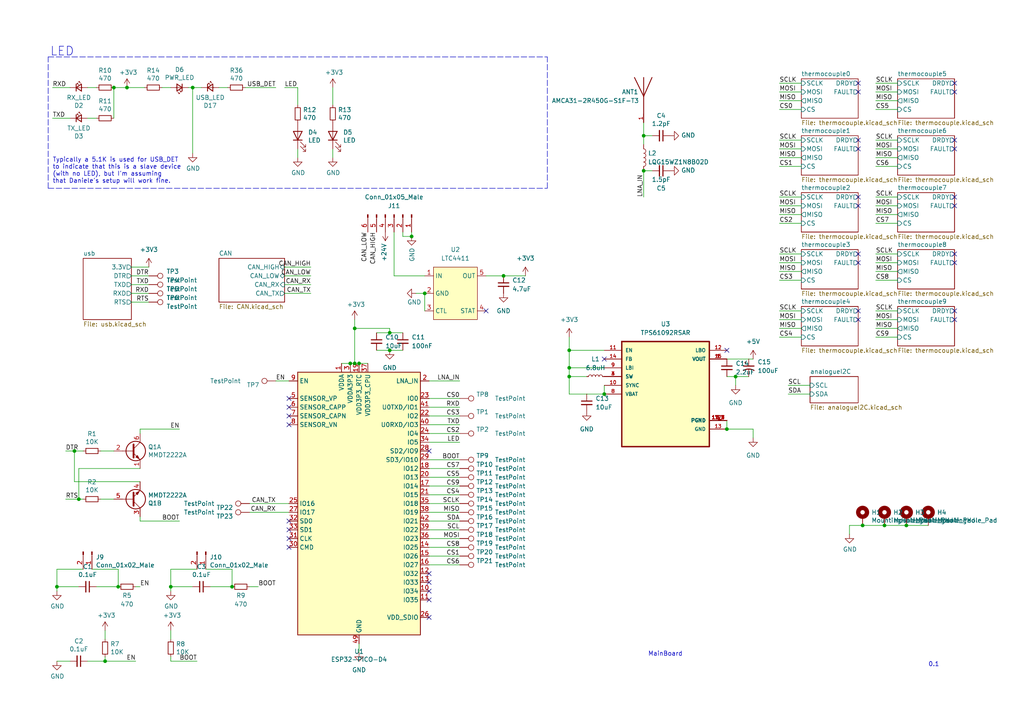
<source format=kicad_sch>
(kicad_sch (version 20211123) (generator eeschema)
  (paper "A4")
  (lib_symbols
    (symbol "AMCA31-2R450G-S1F-T3:AMCA31-2R450G-S1F-T3" (pin_names (offset 1.016) hide)
      (property "Reference" "ANT" (at 2.794 5.842 0))
      (property "Value" "AMCA31-2R450G-S1F-T3_AMCA31-2R450G-S1F-T3" (at 2.667 3.81 0))
      (symbol "AMCA31-2R450G-S1F-T3_0_0"
        (pin input line (at 0 -5.08 90) (length 2.54) (name "~") (number "1"))
      )
    )
    (symbol "Connector:Conn_01x02_Male" (pin_names (offset 1.016) hide)
      (property "Reference" "J" (at 0 2.54 0))
      (property "Value" "Conn_01x02_Male" (at 0 -5.08 0))
      (symbol "Conn_01x02_Male_1_1"
        (pin passive line (at 5.08 0 180) (length 3.81) (name "Pin_1") (number "1"))
        (pin passive line (at 5.08 -2.54 180) (length 3.81) (name "Pin_2") (number "2"))
      )
    )
    (symbol "Connector:Conn_01x06_Male" (pin_names (offset 1.016) hide)
      (property "Reference" "J" (at 0 7.62 0))
      (property "Value" "Conn_01x06_Male" (at 0 -10.16 0))
      (symbol "Conn_01x06_Male_1_1"
        (pin passive line (at 5.08 5.08 180) (length 3.81) (name "Pin_1") (number "1"))
        (pin passive line (at 5.08 2.54 180) (length 3.81) (name "Pin_2") (number "2"))
        (pin passive line (at 5.08 0 180) (length 3.81) (name "Pin_3") (number "3"))
        (pin passive line (at 5.08 -2.54 180) (length 3.81) (name "Pin_4") (number "4"))
        (pin passive line (at 5.08 -5.08 180) (length 3.81) (name "Pin_5") (number "5"))
        (pin passive line (at 5.08 -7.62 180) (length 3.81) (name "Pin_6") (number "6"))
      )
    )
    (symbol "Connector:TestPoint" (pin_numbers hide) (pin_names (offset 0.762) hide)
      (property "Reference" "TP" (at 0 6.858 0))
      (property "Value" "TestPoint" (at 0 5.08 0))
      (symbol "TestPoint_1_1"
        (pin passive line (at 0 0 90) (length 2.54) (name "1") (number "1"))
      )
    )
    (symbol "Device:C_Polarized_Small_US" (pin_numbers hide) (pin_names (offset 0.254) hide)
      (property "Reference" "C" (at 0.254 1.778 0))
      (property "Value" "C_Polarized_Small_US" (at 0.254 -2.032 0))
      (symbol "C_Polarized_Small_US_1_1"
        (pin passive line (at 0 2.54 270) (length 2.032) (name "~") (number "1"))
        (pin passive line (at 0 -2.54 90) (length 2.032) (name "~") (number "2"))
      )
    )
    (symbol "Device:C_Small" (pin_numbers hide) (pin_names (offset 0.254) hide)
      (property "Reference" "C" (at 0.254 1.778 0))
      (property "Value" "C_Small" (at 0.254 -2.032 0))
      (symbol "C_Small_1_1"
        (pin passive line (at 0 2.54 270) (length 2.032) (name "~") (number "1"))
        (pin passive line (at 0 -2.54 90) (length 2.032) (name "~") (number "2"))
      )
    )
    (symbol "Device:L" (pin_numbers hide) (pin_names (offset 1.016) hide)
      (property "Reference" "L" (at -1.27 0 90))
      (property "Value" "L" (at 1.905 0 90))
      (symbol "L_1_1"
        (pin passive line (at 0 3.81 270) (length 1.27) (name "1") (number "1"))
        (pin passive line (at 0 -3.81 90) (length 1.27) (name "2") (number "2"))
      )
    )
    (symbol "Device:LED" (pin_numbers hide) (pin_names (offset 1.016) hide)
      (property "Reference" "D" (at 0 2.54 0))
      (property "Value" "LED" (at 0 -2.54 0))
      (symbol "LED_1_1"
        (pin passive line (at -3.81 0 0) (length 2.54) (name "K") (number "1"))
        (pin passive line (at 3.81 0 180) (length 2.54) (name "A") (number "2"))
      )
    )
    (symbol "Device:LED_Small" (pin_numbers hide) (pin_names (offset 0.254) hide)
      (property "Reference" "D" (at -1.27 3.175 0))
      (property "Value" "LED_Small" (at -4.445 -2.54 0))
      (symbol "LED_Small_1_1"
        (pin passive line (at -2.54 0 0) (length 1.778) (name "K") (number "1"))
        (pin passive line (at 2.54 0 180) (length 1.778) (name "A") (number "2"))
      )
    )
    (symbol "Device:L_Small" (pin_numbers hide) (pin_names (offset 0.254) hide)
      (property "Reference" "L" (at 0.762 1.016 0))
      (property "Value" "L_Small" (at 0.762 -1.016 0))
      (symbol "L_Small_1_1"
        (pin passive line (at 0 2.54 270) (length 0.508) (name "~") (number "1"))
        (pin passive line (at 0 -2.54 90) (length 0.508) (name "~") (number "2"))
      )
    )
    (symbol "Device:R_Small" (pin_numbers hide) (pin_names (offset 0.254) hide)
      (property "Reference" "R" (at 0.762 0.508 0))
      (property "Value" "R_Small" (at 0.762 -1.016 0))
      (symbol "R_Small_1_1"
        (pin passive line (at 0 2.54 270) (length 0.762) (name "~") (number "1"))
        (pin passive line (at 0 -2.54 90) (length 0.762) (name "~") (number "2"))
      )
    )
    (symbol "Mainboard-rescue:+3.3V-Mainboard-cache" (power) (pin_names (offset 0))
      (property "Value" "+3.3V-Mainboard-cache" (at 0 3.556 0))
      (symbol "+3.3V-Mainboard-cache_1_1"
        (pin power_in line (at 0 0 90) (length 0) hide (name "+3V3") (number "1"))
      )
    )
    (symbol "Mechanical:MountingHole_Pad" (pin_numbers hide) (pin_names (offset 1.016) hide)
      (property "Reference" "H" (at 0 6.35 0))
      (property "Value" "MountingHole_Pad" (at 0 4.445 0))
      (symbol "MountingHole_Pad_1_1"
        (pin input line (at 0 -2.54 90) (length 2.54) (name "1") (number "1"))
      )
    )
    (symbol "RF_Module:ESP32-PICO-D4"
      (property "Reference" "U" (at -17.78 39.37 0))
      (property "Value" "ESP32-PICO-D4" (at 3.81 39.37 0))
      (symbol "ESP32-PICO-D4_0_0"
        (pin power_in line (at -5.08 40.64 270) (length 2.54) (name "VDDA") (number "1"))
        (pin input line (at 20.32 -25.4 180) (length 2.54) (name "IO34") (number "10"))
        (pin input line (at 20.32 -27.94 180) (length 2.54) (name "IO35") (number "11"))
        (pin bidirectional line (at 20.32 -20.32 180) (length 2.54) (name "IO32") (number "12"))
        (pin bidirectional line (at 20.32 -22.86 180) (length 2.54) (name "IO33") (number "13"))
        (pin bidirectional line (at 20.32 -12.7 180) (length 2.54) (name "IO25") (number "14"))
        (pin bidirectional line (at 20.32 -15.24 180) (length 2.54) (name "IO26") (number "15"))
        (pin bidirectional line (at 20.32 -17.78 180) (length 2.54) (name "IO27") (number "16"))
        (pin bidirectional line (at 20.32 5.08 180) (length 2.54) (name "IO14") (number "17"))
        (pin bidirectional line (at 20.32 10.16 180) (length 2.54) (name "IO12") (number "18"))
        (pin power_in line (at 0 40.64 270) (length 2.54) (name "VDD3P3_RTC") (number "19"))
        (pin bidirectional line (at 20.32 35.56 180) (length 2.54) (name "LNA_IN") (number "2"))
        (pin bidirectional line (at 20.32 7.62 180) (length 2.54) (name "IO13") (number "20"))
        (pin bidirectional line (at 20.32 2.54 180) (length 2.54) (name "IO15") (number "21"))
        (pin bidirectional line (at 20.32 25.4 180) (length 2.54) (name "IO2") (number "22"))
        (pin bidirectional line (at 20.32 30.48 180) (length 2.54) (name "IO0") (number "23"))
        (pin bidirectional line (at 20.32 20.32 180) (length 2.54) (name "IO4") (number "24"))
        (pin bidirectional line (at -20.32 0 0) (length 2.54) (name "IO16") (number "25"))
        (pin power_out line (at 20.32 -33.02 180) (length 2.54) (name "VDD_SDIO") (number "26"))
        (pin bidirectional line (at -20.32 -2.54 0) (length 2.54) (name "IO17") (number "27"))
        (pin bidirectional line (at 20.32 15.24 180) (length 2.54) (name "SD2/IO9") (number "28"))
        (pin bidirectional line (at 20.32 12.7 180) (length 2.54) (name "SD3/IO10") (number "29"))
        (pin power_in line (at -2.54 40.64 270) (length 2.54) (name "VDDA3P3") (number "3"))
        (pin bidirectional line (at -20.32 -12.7 0) (length 2.54) (name "CMD") (number "30"))
        (pin bidirectional line (at -20.32 -10.16 0) (length 2.54) (name "CLK") (number "31"))
        (pin bidirectional line (at -20.32 -5.08 0) (length 2.54) (name "SD0") (number "32"))
        (pin bidirectional line (at -20.32 -7.62 0) (length 2.54) (name "SD1") (number "33"))
        (pin bidirectional line (at 20.32 17.78 180) (length 2.54) (name "IO5") (number "34"))
        (pin bidirectional line (at 20.32 0 180) (length 2.54) (name "IO18") (number "35"))
        (pin bidirectional line (at 20.32 -10.16 180) (length 2.54) (name "IO23") (number "36"))
        (pin power_in line (at 2.54 40.64 270) (length 2.54) (name "VDD3P3_CPU") (number "37"))
        (pin bidirectional line (at 20.32 -2.54 180) (length 2.54) (name "IO19") (number "38"))
        (pin bidirectional line (at 20.32 -7.62 180) (length 2.54) (name "IO22") (number "39"))
        (pin passive line (at -2.54 40.64 270) (length 2.54) hide (name "VDDA3P3") (number "4"))
        (pin bidirectional line (at 20.32 22.86 180) (length 2.54) (name "U0RXD/IO3") (number "40"))
        (pin bidirectional line (at 20.32 27.94 180) (length 2.54) (name "U0TXD/IO1") (number "41"))
        (pin bidirectional line (at 20.32 -5.08 180) (length 2.54) (name "IO21") (number "42"))
        (pin passive line (at -5.08 40.64 270) (length 2.54) hide (name "VDDA") (number "43"))
        (pin no_connect line (at -17.78 -25.4 0) (length 2.54) hide (name "XTAL_N_NC") (number "44"))
        (pin no_connect line (at -17.78 -27.94 0) (length 2.54) hide (name "XTAL_P_NC") (number "45"))
        (pin passive line (at -5.08 40.64 270) (length 2.54) hide (name "VDDA") (number "46"))
        (pin no_connect line (at -17.78 -30.48 0) (length 2.54) hide (name "CAP2_NC") (number "47"))
        (pin no_connect line (at -17.78 -33.02 0) (length 2.54) hide (name "CAP1_NC") (number "48"))
        (pin power_in line (at 0 -40.64 90) (length 2.54) (name "GND") (number "49"))
        (pin input line (at -20.32 30.48 0) (length 2.54) (name "SENSOR_VP") (number "5"))
        (pin input line (at -20.32 27.94 0) (length 2.54) (name "SENSOR_CAPP") (number "6"))
        (pin input line (at -20.32 25.4 0) (length 2.54) (name "SENSOR_CAPN") (number "7"))
        (pin input line (at -20.32 22.86 0) (length 2.54) (name "SENSOR_VN") (number "8"))
        (pin input line (at -20.32 35.56 0) (length 2.54) (name "EN") (number "9"))
      )
    )
    (symbol "Transistor_BJT:MMDT2222A" (pin_names (offset 0) hide)
      (property "Reference" "Q" (at 5.08 1.27 0))
      (property "Value" "MMDT2222A" (at 5.08 -1.27 0))
      (symbol "MMDT2222A_1_1"
        (pin passive line (at 2.54 -5.08 90) (length 2.54) (name "E1") (number "1"))
        (pin input line (at -5.08 0 0) (length 2.54) (name "B1") (number "2"))
        (pin passive line (at 2.54 5.08 270) (length 2.54) (name "C1") (number "6"))
      )
      (symbol "MMDT2222A_2_1"
        (pin passive line (at 2.54 5.08 270) (length 2.54) (name "C2") (number "3"))
        (pin passive line (at 2.54 -5.08 90) (length 2.54) (name "E2") (number "4"))
        (pin input line (at -5.08 0 0) (length 2.54) (name "B2") (number "5"))
      )
    )
    (symbol "analogue-cache:+3.3V" (power) (pin_names (offset 0))
      (property "Value" "+3.3V" (at 0 3.556 0))
      (symbol "+3.3V_1_1"
        (pin power_in line (at 0 0 90) (length 0) hide (name "+3V3") (number "1"))
      )
    )
    (symbol "iclr:LTC4411"
      (property "Reference" "U" (at 0 1.27 0))
      (property "Value" "LTC4411" (at 0 -1.27 0))
      (symbol "LTC4411_1_1"
        (pin power_in line (at -8.89 -5.08 0) (length 2.54) (name "IN") (number "1"))
        (pin output line (at -8.89 -10.16 0) (length 2.54) (name "GND") (number "2"))
        (pin input line (at -8.89 -15.24 0) (length 2.54) (name "CTL") (number "3"))
        (pin input line (at 8.89 -15.24 180) (length 2.54) (name "STAT") (number "4"))
        (pin power_out line (at 8.89 -5.08 180) (length 2.54) (name "OUT") (number "5"))
      )
    )
    (symbol "iclr:TPS61092RSAR" (pin_names (offset 1.016))
      (property "Reference" "U" (at -12.7 16.2306 0))
      (property "Value" "TPS61092RSAR" (at -12.7 -19.2278 0))
      (symbol "TPS61092RSAR_0_0"
        (pin output line (at 17.78 10.16 180) (length 5.08) (name "VOUT") (number "1"))
        (pin input line (at -17.78 2.54 0) (length 5.08) (name "SYNC") (number "10"))
        (pin input line (at -17.78 12.7 0) (length 5.08) (name "EN") (number "11"))
        (pin output line (at 17.78 12.7 180) (length 5.08) (name "LBO") (number "12"))
        (pin power_in line (at 17.78 -10.16 180) (length 5.08) (name "GND") (number "13"))
        (pin input line (at -17.78 10.16 0) (length 5.08) (name "FB") (number "14"))
        (pin output line (at 17.78 10.16 180) (length 5.08) (name "VOUT") (number "15"))
        (pin output line (at 17.78 10.16 180) (length 5.08) (name "VOUT") (number "16"))
        (pin power_in line (at 17.78 -7.62 180) (length 5.08) (name "PGND") (number "17"))
        (pin power_in line (at 17.78 -7.62 180) (length 5.08) (name "PGND") (number "17_1"))
        (pin power_in line (at 17.78 -7.62 180) (length 5.08) (name "PGND") (number "17_2"))
        (pin power_in line (at 17.78 -7.62 180) (length 5.08) (name "PGND") (number "17_3"))
        (pin power_in line (at 17.78 -7.62 180) (length 5.08) (name "PGND") (number "17_4"))
        (pin power_in line (at 17.78 -7.62 180) (length 5.08) (name "PGND") (number "17_5"))
        (pin power_in line (at 17.78 -7.62 180) (length 5.08) (name "PGND") (number "17_6"))
        (pin power_in line (at 17.78 -7.62 180) (length 5.08) (name "PGND") (number "17_7"))
        (pin power_in line (at 17.78 -7.62 180) (length 5.08) (name "PGND") (number "17_8"))
        (pin power_in line (at 17.78 -7.62 180) (length 5.08) (name "PGND") (number "17_9"))
        (pin input line (at -17.78 5.08 0) (length 5.08) (name "SW") (number "3"))
        (pin input line (at -17.78 5.08 0) (length 5.08) (name "SW") (number "4"))
        (pin power_in line (at 17.78 -7.62 180) (length 5.08) (name "PGND") (number "5"))
        (pin power_in line (at 17.78 -7.62 180) (length 5.08) (name "PGND") (number "6"))
        (pin power_in line (at 17.78 -7.62 180) (length 5.08) (name "PGND") (number "7"))
        (pin input line (at -17.78 0 0) (length 5.08) (name "VBAT") (number "8"))
        (pin input line (at -17.78 7.62 0) (length 5.08) (name "LBI") (number "9"))
      )
    )
    (symbol "power:+24V" (power) (pin_names (offset 0))
      (property "Value" "+24V" (at 0 3.556 0))
      (symbol "+24V_1_1"
        (pin power_in line (at 0 0 90) (length 0) hide (name "+24V") (number "1"))
      )
    )
    (symbol "power:+3.3V" (power) (pin_names (offset 0))
      (property "Value" "+3.3V" (at 0 3.556 0))
      (symbol "+3.3V_1_1"
        (pin power_in line (at 0 0 90) (length 0) hide (name "+3V3") (number "1"))
      )
    )
    (symbol "power:+5V" (power) (pin_names (offset 0))
      (property "Value" "+5V" (at 0 3.556 0))
      (symbol "+5V_1_1"
        (pin power_in line (at 0 0 90) (length 0) hide (name "+5V") (number "1"))
      )
    )
    (symbol "power:GND" (power) (pin_names (offset 0))
      (property "Value" "GND" (at 0 -3.81 0))
      (symbol "GND_1_1"
        (pin power_in line (at 0 0 270) (length 0) hide (name "GND") (number "1"))
      )
    )
  )
  (junction (at 146.05 80.01))
  (junction (at 165.1 109.22))
  (junction (at 213.36 109.22))
  (junction (at 22.86 144.78))
  (junction (at 250.19 152.4))
  (junction (at 102.87 105.41))
  (junction (at 165.1 101.6))
  (junction (at 30.48 191.77))
  (junction (at 33.02 25.4))
  (junction (at 113.03 101.6))
  (junction (at 67.31 170.18))
  (junction (at 119.38 68.58))
  (junction (at 123.19 85.09))
  (junction (at 175.26 114.3))
  (junction (at 186.69 39.37))
  (junction (at 113.03 96.52))
  (junction (at 101.6 105.41))
  (junction (at 104.14 105.41))
  (junction (at 55.88 25.4))
  (junction (at 36.83 25.4))
  (junction (at 186.69 49.53))
  (junction (at 16.51 170.18))
  (junction (at 21.59 130.81))
  (junction (at 165.1 106.68))
  (junction (at 262.89 152.4))
  (junction (at 102.87 95.25))
  (junction (at 210.82 124.46))
  (junction (at 49.53 170.18))
  (junction (at 34.29 170.18))
  (junction (at 256.54 152.4))
  (no_connect (at 248.92 26.67))
  (no_connect (at 248.92 92.71))
  (no_connect (at 276.86 76.2))
  (no_connect (at 248.92 59.69))
  (no_connect (at 276.86 26.67))
  (no_connect (at 248.92 43.18))
  (no_connect (at 276.86 90.17))
  (no_connect (at 83.82 158.75))
  (no_connect (at 248.92 73.66))
  (no_connect (at 140.97 90.17))
  (no_connect (at 276.86 24.13))
  (no_connect (at 248.92 90.17))
  (no_connect (at 124.46 130.81))
  (no_connect (at 210.82 101.6))
  (no_connect (at 124.46 179.07))
  (no_connect (at 124.46 173.99))
  (no_connect (at 124.46 171.45))
  (no_connect (at 175.26 104.14))
  (no_connect (at 83.82 151.13))
  (no_connect (at 276.86 59.69))
  (no_connect (at 124.46 166.37))
  (no_connect (at 124.46 168.91))
  (no_connect (at 83.82 120.65))
  (no_connect (at 83.82 123.19))
  (no_connect (at 83.82 118.11))
  (no_connect (at 83.82 115.57))
  (no_connect (at 276.86 40.64))
  (no_connect (at 83.82 156.21))
  (no_connect (at 248.92 24.13))
  (no_connect (at 248.92 76.2))
  (no_connect (at 248.92 57.15))
  (no_connect (at 248.92 40.64))
  (no_connect (at 276.86 92.71))
  (no_connect (at 276.86 73.66))
  (no_connect (at 276.86 43.18))
  (no_connect (at 276.86 57.15))
  (no_connect (at 83.82 153.67))
  (wire (pts (xy 254 76.2) (xy 260.35 76.2)))
  (wire (pts (xy 124.46 128.27) (xy 133.35 128.27)))
  (wire (pts (xy 124.46 163.83) (xy 133.35 163.83)))
  (wire (pts (xy 101.6 105.41) (xy 102.87 105.41)))
  (wire (pts (xy 232.41 62.23) (xy 226.06 62.23)))
  (wire (pts (xy 99.06 105.41) (xy 101.6 105.41)))
  (wire (pts (xy 123.19 85.09) (xy 123.19 90.17)))
  (wire (pts (xy 21.59 139.7) (xy 40.64 139.7)))
  (wire (pts (xy 246.38 152.4) (xy 246.38 154.94)))
  (polyline (pts (xy 13.97 54.61) (xy 13.97 16.51)))
  (wire (pts (xy 254 26.67) (xy 260.35 26.67)))
  (wire (pts (xy 260.35 95.25) (xy 254 95.25)))
  (wire (pts (xy 116.84 67.31) (xy 116.84 68.58)))
  (wire (pts (xy 49.53 182.88) (xy 49.53 185.42)))
  (wire (pts (xy 254 81.28) (xy 260.35 81.28)))
  (wire (pts (xy 226.06 31.75) (xy 232.41 31.75)))
  (wire (pts (xy 16.51 191.77) (xy 20.32 191.77)))
  (wire (pts (xy 254 31.75) (xy 260.35 31.75)))
  (wire (pts (xy 189.23 39.37) (xy 186.69 39.37)))
  (wire (pts (xy 232.41 29.21) (xy 226.06 29.21)))
  (wire (pts (xy 186.69 57.15) (xy 186.69 49.53)))
  (wire (pts (xy 165.1 114.3) (xy 175.26 114.3)))
  (wire (pts (xy 254 57.15) (xy 260.35 57.15)))
  (wire (pts (xy 16.51 170.18) (xy 16.51 171.45)))
  (wire (pts (xy 232.41 95.25) (xy 226.06 95.25)))
  (wire (pts (xy 254 64.77) (xy 260.35 64.77)))
  (wire (pts (xy 254 73.66) (xy 260.35 73.66)))
  (wire (pts (xy 38.1 82.55) (xy 43.18 82.55)))
  (wire (pts (xy 109.22 101.6) (xy 113.03 101.6)))
  (wire (pts (xy 96.52 25.4) (xy 96.52 30.48)))
  (wire (pts (xy 16.51 165.1) (xy 16.51 170.18)))
  (wire (pts (xy 82.55 85.09) (xy 90.17 85.09)))
  (wire (pts (xy 226.06 48.26) (xy 232.41 48.26)))
  (wire (pts (xy 186.69 35.56) (xy 186.69 39.37)))
  (wire (pts (xy 124.46 148.59) (xy 133.35 148.59)))
  (wire (pts (xy 38.1 80.01) (xy 43.18 80.01)))
  (wire (pts (xy 218.44 124.46) (xy 218.44 127)))
  (wire (pts (xy 109.22 96.52) (xy 113.03 96.52)))
  (wire (pts (xy 114.3 80.01) (xy 123.19 80.01)))
  (wire (pts (xy 102.87 105.41) (xy 104.14 105.41)))
  (wire (pts (xy 58.42 25.4) (xy 55.88 25.4)))
  (wire (pts (xy 21.59 130.81) (xy 21.59 139.7)))
  (wire (pts (xy 80.01 25.4) (xy 71.12 25.4)))
  (wire (pts (xy 260.35 45.72) (xy 254 45.72)))
  (wire (pts (xy 133.35 146.05) (xy 124.46 146.05)))
  (wire (pts (xy 120.65 85.09) (xy 123.19 85.09)))
  (wire (pts (xy 72.39 146.05) (xy 83.82 146.05)))
  (wire (pts (xy 49.53 165.1) (xy 49.53 170.18)))
  (wire (pts (xy 124.46 156.21) (xy 133.35 156.21)))
  (wire (pts (xy 165.1 109.22) (xy 165.1 114.3)))
  (wire (pts (xy 254 90.17) (xy 260.35 90.17)))
  (wire (pts (xy 22.86 170.18) (xy 16.51 170.18)))
  (wire (pts (xy 175.26 111.76) (xy 175.26 114.3)))
  (wire (pts (xy 82.55 80.01) (xy 90.17 80.01)))
  (wire (pts (xy 254 48.26) (xy 260.35 48.26)))
  (wire (pts (xy 24.13 130.81) (xy 21.59 130.81)))
  (wire (pts (xy 104.14 186.69) (xy 104.14 189.23)))
  (wire (pts (xy 15.24 34.29) (xy 20.32 34.29)))
  (wire (pts (xy 210.82 121.92) (xy 210.82 124.46)))
  (wire (pts (xy 124.46 120.65) (xy 133.35 120.65)))
  (wire (pts (xy 55.88 25.4) (xy 55.88 44.45)))
  (wire (pts (xy 186.69 39.37) (xy 186.69 41.91)))
  (wire (pts (xy 254 59.69) (xy 260.35 59.69)))
  (wire (pts (xy 55.88 25.4) (xy 54.61 25.4)))
  (polyline (pts (xy 13.97 54.61) (xy 158.75 54.61)))
  (wire (pts (xy 25.4 34.29) (xy 27.94 34.29)))
  (wire (pts (xy 165.1 97.79) (xy 165.1 101.6)))
  (wire (pts (xy 254 97.79) (xy 260.35 97.79)))
  (wire (pts (xy 38.1 85.09) (xy 43.18 85.09)))
  (wire (pts (xy 82.55 25.4) (xy 86.36 25.4)))
  (wire (pts (xy 72.39 148.59) (xy 83.82 148.59)))
  (wire (pts (xy 16.51 165.1) (xy 24.13 165.1)))
  (wire (pts (xy 80.01 110.49) (xy 83.82 110.49)))
  (wire (pts (xy 86.36 25.4) (xy 86.36 30.48)))
  (wire (pts (xy 33.02 25.4) (xy 36.83 25.4)))
  (wire (pts (xy 38.1 77.47) (xy 43.18 77.47)))
  (wire (pts (xy 226.06 43.18) (xy 232.41 43.18)))
  (wire (pts (xy 102.87 95.25) (xy 102.87 105.41)))
  (wire (pts (xy 96.52 45.72) (xy 96.52 43.18)))
  (wire (pts (xy 226.06 73.66) (xy 232.41 73.66)))
  (wire (pts (xy 113.03 96.52) (xy 116.84 96.52)))
  (wire (pts (xy 213.36 109.22) (xy 213.36 111.76)))
  (wire (pts (xy 24.13 144.78) (xy 22.86 144.78)))
  (wire (pts (xy 86.36 45.72) (xy 86.36 43.18)))
  (wire (pts (xy 226.06 40.64) (xy 232.41 40.64)))
  (wire (pts (xy 22.86 144.78) (xy 22.86 135.89)))
  (wire (pts (xy 140.97 80.01) (xy 146.05 80.01)))
  (wire (pts (xy 226.06 81.28) (xy 232.41 81.28)))
  (wire (pts (xy 46.99 25.4) (xy 49.53 25.4)))
  (wire (pts (xy 124.46 110.49) (xy 133.35 110.49)))
  (wire (pts (xy 34.29 170.18) (xy 34.29 165.1)))
  (wire (pts (xy 40.64 170.18) (xy 39.37 170.18)))
  (wire (pts (xy 38.1 87.63) (xy 43.18 87.63)))
  (polyline (pts (xy 13.97 16.51) (xy 158.75 16.51)))
  (wire (pts (xy 226.06 59.69) (xy 232.41 59.69)))
  (wire (pts (xy 260.35 29.21) (xy 254 29.21)))
  (wire (pts (xy 262.89 152.4) (xy 269.24 152.4)))
  (polyline (pts (xy 158.75 54.61) (xy 158.75 16.51)))
  (wire (pts (xy 165.1 109.22) (xy 170.18 109.22)))
  (wire (pts (xy 226.06 64.77) (xy 232.41 64.77)))
  (wire (pts (xy 60.96 170.18) (xy 67.31 170.18)))
  (wire (pts (xy 119.38 67.31) (xy 119.38 68.58)))
  (wire (pts (xy 210.82 124.46) (xy 218.44 124.46)))
  (wire (pts (xy 55.88 170.18) (xy 49.53 170.18)))
  (wire (pts (xy 49.53 191.77) (xy 49.53 190.5)))
  (wire (pts (xy 15.24 25.4) (xy 20.32 25.4)))
  (wire (pts (xy 260.35 62.23) (xy 254 62.23)))
  (wire (pts (xy 254 40.64) (xy 260.35 40.64)))
  (wire (pts (xy 124.46 123.19) (xy 133.35 123.19)))
  (wire (pts (xy 29.21 144.78) (xy 33.02 144.78)))
  (wire (pts (xy 124.46 161.29) (xy 133.35 161.29)))
  (wire (pts (xy 113.03 101.6) (xy 116.84 101.6)))
  (wire (pts (xy 250.19 152.4) (xy 256.54 152.4)))
  (wire (pts (xy 254 43.18) (xy 260.35 43.18)))
  (wire (pts (xy 165.1 101.6) (xy 165.1 106.68)))
  (wire (pts (xy 124.46 140.97) (xy 133.35 140.97)))
  (wire (pts (xy 30.48 191.77) (xy 39.37 191.77)))
  (wire (pts (xy 226.06 24.13) (xy 232.41 24.13)))
  (wire (pts (xy 57.15 191.77) (xy 49.53 191.77)))
  (wire (pts (xy 116.84 68.58) (xy 119.38 68.58)))
  (wire (pts (xy 165.1 106.68) (xy 165.1 109.22)))
  (wire (pts (xy 27.94 170.18) (xy 34.29 170.18)))
  (wire (pts (xy 228.6 111.76) (xy 234.95 111.76)))
  (wire (pts (xy 226.06 76.2) (xy 232.41 76.2)))
  (wire (pts (xy 25.4 191.77) (xy 30.48 191.77)))
  (wire (pts (xy 59.69 165.1) (xy 67.31 165.1)))
  (wire (pts (xy 228.6 114.3) (xy 234.95 114.3)))
  (wire (pts (xy 49.53 165.1) (xy 57.15 165.1)))
  (wire (pts (xy 254 24.13) (xy 260.35 24.13)))
  (wire (pts (xy 165.1 106.68) (xy 175.26 106.68)))
  (wire (pts (xy 210.82 109.22) (xy 213.36 109.22)))
  (wire (pts (xy 210.82 104.14) (xy 218.44 104.14)))
  (wire (pts (xy 21.59 130.81) (xy 19.05 130.81)))
  (wire (pts (xy 30.48 182.88) (xy 30.48 185.42)))
  (wire (pts (xy 124.46 115.57) (xy 133.35 115.57)))
  (wire (pts (xy 226.06 97.79) (xy 232.41 97.79)))
  (wire (pts (xy 124.46 143.51) (xy 133.35 143.51)))
  (wire (pts (xy 226.06 90.17) (xy 232.41 90.17)))
  (wire (pts (xy 33.02 130.81) (xy 29.21 130.81)))
  (wire (pts (xy 226.06 57.15) (xy 232.41 57.15)))
  (wire (pts (xy 25.4 25.4) (xy 27.94 25.4)))
  (wire (pts (xy 133.35 153.67) (xy 124.46 153.67)))
  (wire (pts (xy 226.06 92.71) (xy 232.41 92.71)))
  (wire (pts (xy 254 92.71) (xy 260.35 92.71)))
  (wire (pts (xy 22.86 144.78) (xy 19.05 144.78)))
  (wire (pts (xy 30.48 191.77) (xy 30.48 190.5)))
  (wire (pts (xy 114.3 67.31) (xy 114.3 80.01)))
  (wire (pts (xy 260.35 78.74) (xy 254 78.74)))
  (wire (pts (xy 102.87 95.25) (xy 113.03 95.25)))
  (wire (pts (xy 175.26 101.6) (xy 165.1 101.6)))
  (wire (pts (xy 124.46 151.13) (xy 133.35 151.13)))
  (wire (pts (xy 232.41 45.72) (xy 226.06 45.72)))
  (wire (pts (xy 213.36 109.22) (xy 217.17 109.22)))
  (wire (pts (xy 113.03 95.25) (xy 113.03 96.52)))
  (wire (pts (xy 40.64 149.86) (xy 40.64 151.13)))
  (wire (pts (xy 146.05 80.01) (xy 152.4 80.01)))
  (wire (pts (xy 33.02 25.4) (xy 33.02 34.29)))
  (wire (pts (xy 124.46 118.11) (xy 133.35 118.11)))
  (wire (pts (xy 256.54 152.4) (xy 262.89 152.4)))
  (wire (pts (xy 250.19 152.4) (xy 246.38 152.4)))
  (wire (pts (xy 104.14 105.41) (xy 106.68 105.41)))
  (wire (pts (xy 124.46 125.73) (xy 133.35 125.73)))
  (wire (pts (xy 82.55 77.47) (xy 90.17 77.47)))
  (wire (pts (xy 26.67 165.1) (xy 34.29 165.1)))
  (wire (pts (xy 102.87 92.71) (xy 102.87 95.25)))
  (wire (pts (xy 186.69 49.53) (xy 189.23 49.53)))
  (wire (pts (xy 40.64 125.73) (xy 40.64 124.46)))
  (wire (pts (xy 40.64 151.13) (xy 52.07 151.13)))
  (wire (pts (xy 22.86 135.89) (xy 40.64 135.89)))
  (wire (pts (xy 36.83 25.4) (xy 41.91 25.4)))
  (wire (pts (xy 74.93 170.18) (xy 72.39 170.18)))
  (wire (pts (xy 63.5 25.4) (xy 66.04 25.4)))
  (wire (pts (xy 133.35 138.43) (xy 124.46 138.43)))
  (wire (pts (xy 124.46 133.35) (xy 133.35 133.35)))
  (wire (pts (xy 40.64 124.46) (xy 52.07 124.46)))
  (wire (pts (xy 124.46 158.75) (xy 133.35 158.75)))
  (wire (pts (xy 124.46 135.89) (xy 133.35 135.89)))
  (wire (pts (xy 67.31 170.18) (xy 67.31 165.1)))
  (wire (pts (xy 82.55 82.55) (xy 90.17 82.55)))
  (wire (pts (xy 232.41 78.74) (xy 226.06 78.74)))
  (wire (pts (xy 226.06 26.67) (xy 232.41 26.67)))
  (wire (pts (xy 49.53 170.18) (xy 49.53 171.45)))
  (text "LED" (at 21.59 16.51 180) (effects (font (size 2.54 2.54)) (justify right bottom)))
  (text "MainBoard\n" (at 187.96 190.5 0) (effects (font (size 1.27 1.27)) (justify left bottom)))
  (text "0.1\n\n" (at 269.24 195.58 0) (effects (font (size 1.27 1.27)) (justify left bottom)))
  (text "Typically a 5.1K is used for USB_DET\nto indicate that this is a slave device\n(with no LED), but I'm assuming \nthat Daniele's setup will work fine." (at 15.24 53.34 0) (effects (font (size 1.27 1.27)) (justify left bottom)))
  (label "SCLK" (at 133.35 146.05 180))
  (label "BOOT" (at 133.35 133.35 180))
  (label "CS4" (at 226.06 97.79 0))
  (label "DTR" (at 43.18 80.01 180))
  (label "EN" (at 80.01 110.49 0))
  (label "CAN_TX" (at 80.01 146.05 180))
  (label "MOSI" (at 254 92.71 0))
  (label "MISO" (at 226.06 95.25 0))
  (label "CS6" (at 133.35 163.83 180))
  (label "MISO" (at 226.06 62.23 0))
  (label "SCLK" (at 226.06 73.66 0))
  (label "CS0" (at 226.06 31.75 0))
  (label "CS5" (at 254 31.75 0))
  (label "CS9" (at 254 97.79 0))
  (label "MISO" (at 254 95.25 0))
  (label "CAN_RX" (at 90.17 82.55 180))
  (label "MOSI" (at 254 59.69 0))
  (label "MOSI" (at 254 76.2 0))
  (label "CS1" (at 226.06 48.26 0))
  (label "EN" (at 39.37 191.77 180))
  (label "CS2" (at 133.35 125.73 180))
  (label "CAN_LOW" (at 106.68 67.31 270))
  (label "CS4" (at 133.35 143.51 180))
  (label "MISO" (at 254 78.74 0))
  (label "BOOT" (at 57.15 191.77 180))
  (label "MOSI" (at 133.35 156.21 180))
  (label "DTR" (at 19.05 130.81 0))
  (label "BOOT" (at 52.07 151.13 180))
  (label "MOSI" (at 254 43.18 0))
  (label "RTS" (at 43.18 87.63 180))
  (label "CS7" (at 254 64.77 0))
  (label "SCLK" (at 254 57.15 0))
  (label "CAN_RX" (at 80.01 148.59 180))
  (label "MOSI" (at 226.06 76.2 0))
  (label "MISO" (at 226.06 45.72 0))
  (label "MOSI" (at 254 26.67 0))
  (label "MISO" (at 254 45.72 0))
  (label "EN" (at 52.07 124.46 180))
  (label "TXD" (at 15.24 34.29 0))
  (label "TXD" (at 133.35 123.19 180))
  (label "CAN_HIGH" (at 109.22 67.31 270))
  (label "CS1" (at 133.35 161.29 180))
  (label "RXD" (at 133.35 118.11 180))
  (label "TXD" (at 43.18 82.55 180))
  (label "MOSI" (at 226.06 26.67 0))
  (label "MOSI" (at 226.06 59.69 0))
  (label "MOSI" (at 226.06 92.71 0))
  (label "MISO" (at 226.06 78.74 0))
  (label "CAN_HIGH" (at 90.17 77.47 180))
  (label "CS5" (at 133.35 138.43 180))
  (label "CAN_TX" (at 90.17 85.09 180))
  (label "BOOT" (at 74.93 170.18 0))
  (label "SCLK" (at 254 24.13 0))
  (label "CS0" (at 133.35 115.57 180))
  (label "USB_DET" (at 80.01 25.4 180))
  (label "SCLK" (at 254 73.66 0))
  (label "SCLK" (at 254 40.64 0))
  (label "MISO" (at 226.06 29.21 0))
  (label "CAN_LOW" (at 90.17 80.01 180))
  (label "RXD" (at 43.18 85.09 180))
  (label "SCL" (at 133.35 153.67 180))
  (label "SCLK" (at 226.06 57.15 0))
  (label "SDA" (at 133.35 151.13 180))
  (label "CS3" (at 226.06 81.28 0))
  (label "CS2" (at 226.06 64.77 0))
  (label "MISO" (at 133.35 148.59 180))
  (label "LED" (at 133.35 128.27 180))
  (label "EN" (at 40.64 170.18 0))
  (label "SCLK" (at 226.06 24.13 0))
  (label "SCLK" (at 226.06 90.17 0))
  (label "CS3" (at 133.35 120.65 180))
  (label "CS8" (at 254 81.28 0))
  (label "SDA" (at 228.6 114.3 0))
  (label "MOSI" (at 226.06 43.18 0))
  (label "RXD" (at 15.24 25.4 0))
  (label "SCLK" (at 226.06 40.64 0))
  (label "RTS" (at 19.05 144.78 0))
  (label "MISO" (at 254 62.23 0))
  (label "SCL" (at 228.6 111.76 0))
  (label "CS6" (at 254 48.26 0))
  (label "CS9" (at 133.35 140.97 180))
  (label "LNA_IN" (at 133.35 110.49 180))
  (label "LNA_IN" (at 186.69 57.15 90))
  (label "LED" (at 82.55 25.4 0))
  (label "CS7" (at 133.35 135.89 180))
  (label "MISO" (at 254 29.21 0))
  (label "CS8" (at 133.35 158.75 180))
  (label "SCLK" (at 254 90.17 0))
  (symbol (lib_id "power:+3.3V") (at 102.87 92.71 0) (unit 1)
    (property "Reference" "#PWR020" (effects hide))
    (property "Value" "+3.3V" (at 103.251 88.3158 0))
  )
  (symbol (lib_id "power:+3.3V") (at 30.48 182.88 0) (unit 1)
    (property "Reference" "#PWR06" (effects hide))
    (property "Value" "+3.3V" (at 30.861 178.4858 0))
  )
  (symbol (lib_id "Device:R_Small") (at 30.48 187.96 0) (unit 1)
    (property "Reference" "R7" (at 31.9786 186.7916 0) (effects (justify left)))
    (property "Value" "10K" (at 31.9786 189.103 0) (effects (justify left)))
    (property "Footprint" "Resistor_SMD:R_0603_1608Metric" (effects hide))
  )
  (symbol (lib_id "Device:C_Small") (at 22.86 191.77 270) (unit 1)
    (property "Reference" "C2" (at 22.86 185.9534 90))
    (property "Value" "0.1uF" (at 22.86 188.2648 90))
    (property "Footprint" "Capacitor_SMD:C_0603_1608Metric" (effects hide))
  )
  (symbol (lib_id "power:GND") (at 16.51 191.77 0) (unit 1)
    (property "Reference" "#PWR03" (effects hide))
    (property "Value" "GND" (at 16.637 196.1642 0))
  )
  (symbol (lib_id "power:+3.3V") (at 49.53 182.88 0) (unit 1)
    (property "Reference" "#PWR09" (effects hide))
    (property "Value" "+3.3V" (at 49.911 178.4858 0))
  )
  (symbol (lib_id "Device:R_Small") (at 49.53 187.96 0) (unit 1)
    (property "Reference" "R8" (at 51.0286 186.7916 0) (effects (justify left)))
    (property "Value" "10K" (at 51.0286 189.103 0) (effects (justify left)))
    (property "Footprint" "Resistor_SMD:R_0603_1608Metric" (effects hide))
  )
  (symbol (lib_id "power:GND") (at 49.53 171.45 0) (unit 1)
    (property "Reference" "#PWR07" (effects hide))
    (property "Value" "GND" (at 49.657 175.8442 0))
  )
  (symbol (lib_id "Device:C_Small") (at 58.42 170.18 270) (unit 1)
    (property "Reference" "C3" (at 58.42 164.3634 90))
    (property "Value" "0.1uF" (at 58.42 166.6748 90))
    (property "Footprint" "Capacitor_SMD:C_0603_1608Metric" (effects hide))
  )
  (symbol (lib_id "Device:R_Small") (at 69.85 170.18 270) (unit 1)
    (property "Reference" "R9" (at 69.85 172.72 90))
    (property "Value" "470" (at 69.85 175.26 90))
    (property "Footprint" "Resistor_SMD:R_0603_1608Metric" (effects hide))
  )
  (symbol (lib_id "power:GND") (at 16.51 171.45 0) (unit 1)
    (property "Reference" "#PWR02" (effects hide))
    (property "Value" "GND" (at 16.637 175.8442 0))
  )
  (symbol (lib_id "Device:C_Small") (at 25.4 170.18 270) (unit 1)
    (property "Reference" "C1" (at 25.4 164.3634 90))
    (property "Value" "0.1uF" (at 25.4 166.6748 90))
    (property "Footprint" "Capacitor_SMD:C_0603_1608Metric" (effects hide))
  )
  (symbol (lib_id "Device:R_Small") (at 36.83 170.18 270) (unit 1)
    (property "Reference" "R5" (at 36.83 172.72 90))
    (property "Value" "470" (at 36.83 175.26 90))
    (property "Footprint" "Resistor_SMD:R_0603_1608Metric" (effects hide))
  )
  (symbol (lib_id "Device:LED_Small") (at 22.86 34.29 0) (unit 1)
    (property "Reference" "D3" (at 22.86 39.497 0))
    (property "Value" "TX_LED" (at 22.86 37.1856 0))
    (property "Footprint" "LED_SMD:LED_0603_1608Metric" (effects hide))
  )
  (symbol (lib_id "Device:LED_Small") (at 22.86 25.4 0) (unit 1)
    (property "Reference" "D2" (at 22.86 30.607 0))
    (property "Value" "RX_LED" (at 22.86 28.2956 0))
    (property "Footprint" "LED_SMD:LED_0603_1608Metric" (effects hide))
  )
  (symbol (lib_id "Device:R_Small") (at 30.48 25.4 270) (unit 1)
    (property "Reference" "R10" (at 30.48 20.4216 90))
    (property "Value" "470" (at 30.48 22.733 90))
    (property "Footprint" "Resistor_SMD:R_0603_1608Metric" (effects hide))
  )
  (symbol (lib_id "Device:R_Small") (at 30.48 34.29 270) (unit 1)
    (property "Reference" "R11" (at 30.48 29.3116 90))
    (property "Value" "470" (at 30.48 31.623 90))
    (property "Footprint" "Resistor_SMD:R_0603_1608Metric" (effects hide))
  )
  (symbol (lib_id "power:GND") (at 55.88 44.45 0) (unit 1)
    (property "Reference" "#PWR012" (effects hide))
    (property "Value" "GND" (at 56.007 48.8442 0))
  )
  (symbol (lib_id "Device:R_Small") (at 26.67 130.81 270) (unit 1)
    (property "Reference" "R1" (at 26.67 125.8316 90))
    (property "Value" "10K" (at 26.67 128.143 90))
    (property "Footprint" "Resistor_SMD:R_0603_1608Metric" (effects hide))
  )
  (symbol (lib_id "Device:R_Small") (at 26.67 144.78 270) (unit 1)
    (property "Reference" "R2" (at 26.67 139.8016 90))
    (property "Value" "10K" (at 26.67 142.113 90))
    (property "Footprint" "Resistor_SMD:R_0603_1608Metric" (effects hide))
  )
  (symbol (lib_id "power:+3.3V") (at 36.83 25.4 0) (unit 1)
    (property "Reference" "#PWR011" (effects hide))
    (property "Value" "+3.3V" (at 37.211 21.0058 0))
  )
  (symbol (lib_id "Device:LED_Small") (at 52.07 25.4 180) (unit 1)
    (property "Reference" "D6" (at 52.07 20.193 0))
    (property "Value" "PWR_LED" (at 52.07 22.5044 0))
    (property "Footprint" "LED_SMD:LED_0603_1608Metric" (effects hide))
  )
  (symbol (lib_id "Device:R_Small") (at 44.45 25.4 270) (unit 1)
    (property "Reference" "R14" (at 44.45 20.4216 90))
    (property "Value" "470" (at 44.45 22.733 90))
    (property "Footprint" "Resistor_SMD:R_0603_1608Metric" (effects hide))
  )
  (symbol (lib_id "Connector:TestPoint") (at 133.35 158.75 270) (unit 1)
    (property "Reference" "TP19" (at 138.1252 157.5816 90) (effects (justify left)))
    (property "Value" "TestPoint" (at 143.51 158.75 90) (effects (justify left)))
    (property "Footprint" "TestPoint:TestPoint_Pad_D1.0mm" (effects hide))
  )
  (symbol (lib_id "Connector:TestPoint") (at 72.39 148.59 90) (unit 1)
    (property "Reference" "TP23" (at 67.6148 149.7584 90) (effects (justify left)))
    (property "Value" "TestPoint" (at 62.23 148.59 90) (effects (justify left)))
    (property "Footprint" "TestPoint:TestPoint_Pad_D1.0mm" (effects hide))
  )
  (symbol (lib_id "Connector:TestPoint") (at 72.39 146.05 90) (unit 1)
    (property "Reference" "TP22" (at 67.6148 147.2184 90) (effects (justify left)))
    (property "Value" "TestPoint" (at 62.23 146.05 90) (effects (justify left)))
    (property "Footprint" "TestPoint:TestPoint_Pad_D1.0mm" (effects hide))
  )
  (symbol (lib_id "Connector:TestPoint") (at 133.35 161.29 270) (unit 1)
    (property "Reference" "TP20" (at 138.1252 160.1216 90) (effects (justify left)))
    (property "Value" "TestPoint" (at 143.51 161.29 90) (effects (justify left)))
    (property "Footprint" "TestPoint:TestPoint_Pad_D1.0mm" (effects hide))
  )
  (symbol (lib_id "Connector:TestPoint") (at 133.35 163.83 270) (unit 1)
    (property "Reference" "TP21" (at 138.1252 162.6616 90) (effects (justify left)))
    (property "Value" "TestPoint" (at 143.51 163.83 90) (effects (justify left)))
    (property "Footprint" "TestPoint:TestPoint_Pad_D1.0mm" (effects hide))
  )
  (symbol (lib_id "Device:LED_Small") (at 60.96 25.4 0) (unit 1)
    (property "Reference" "D17" (at 60.96 30.607 0))
    (property "Value" "USB_LED" (at 60.96 28.2956 0))
    (property "Footprint" "LED_SMD:LED_0603_1608Metric" (effects hide))
  )
  (symbol (lib_id "Device:R_Small") (at 68.58 25.4 270) (unit 1)
    (property "Reference" "R36" (at 68.58 20.4216 90))
    (property "Value" "470" (at 68.58 22.733 90))
    (property "Footprint" "Resistor_SMD:R_0603_1608Metric" (effects hide))
  )
  (symbol (lib_id "Connector:Conn_01x02_Male") (at 26.67 160.02 270) (unit 1)
    (property "Reference" "J9" (at 27.7876 161.5948 90) (effects (justify left)))
    (property "Value" "Conn_01x02_Male" (at 27.7876 163.9062 90) (effects (justify left)))
    (property "Footprint" "Connector_PinHeader_2.54mm:PinHeader_1x02_P2.54mm_Vertical" (effects hide))
  )
  (symbol (lib_id "Connector:Conn_01x02_Male") (at 59.69 160.02 270) (unit 1)
    (property "Reference" "J10" (at 60.8076 161.5948 90) (effects (justify left)))
    (property "Value" "Conn_01x02_Male" (at 60.8076 163.9062 90) (effects (justify left)))
    (property "Footprint" "Connector_PinHeader_2.54mm:PinHeader_1x02_P2.54mm_Vertical" (effects hide))
  )
  (symbol (lib_id "Transistor_BJT:MMDT2222A") (at 38.1 130.81 0) (unit 1)
    (property "Reference" "Q1" (at 42.926 129.6416 0) (effects (justify left)))
    (property "Value" "MMDT2222A" (at 42.926 131.953 0) (effects (justify left)))
    (property "Footprint" "Package_TO_SOT_SMD:SOT-363_SC-70-6" (effects hide))
    (property "Datasheet" "http://www.diodes.com/_files/datasheets/ds30125.pdf" (effects hide))
  )
  (symbol (lib_id "Transistor_BJT:MMDT2222A") (at 38.1 144.78 0) (mirror x) (unit 2)
    (property "Reference" "Q1" (at 42.926 145.9484 0) (effects (justify left)))
    (property "Value" "MMDT2222A" (at 42.926 143.637 0) (effects (justify left)))
    (property "Footprint" "Package_TO_SOT_SMD:SOT-363_SC-70-6" (effects hide))
    (property "Datasheet" "http://www.diodes.com/_files/datasheets/ds30125.pdf" (effects hide))
  )
  (symbol (lib_id "AMCA31-2R450G-S1F-T3:AMCA31-2R450G-S1F-T3") (at 186.69 30.48 0) (unit 1)
    (property "Reference" "ANT1" (at 180.34 26.67 0) (effects (justify left)))
    (property "Value" "AMCA31-2R450G-S1F-T3" (at 160.02 29.21 0) (effects (justify left)))
    (property "Footprint" "iclr:ANT_AMCA31-2R450G-S1F-T3" (effects hide))
    (property "MAXIMUM_PACKAGE_HEIGHT" "1.4mm" (effects hide))
    (property "PARTREV" "05.17.2017" (effects hide))
    (property "STANDARD" "Manufacturer Recommendation" (effects hide))
    (property "MANUFACTURER" "ABRACON" (effects hide))
  )
  (symbol (lib_id "Device:C_Small") (at 191.77 39.37 270) (unit 1)
    (property "Reference" "C4" (at 191.77 33.5534 90))
    (property "Value" "1.2pF" (at 191.77 35.8648 90))
    (property "Footprint" "Capacitor_SMD:C_0603_1608Metric" (effects hide))
  )
  (symbol (lib_id "Device:C_Small") (at 191.77 49.53 270) (unit 1)
    (property "Reference" "C5" (at 191.77 54.61 90))
    (property "Value" "1.5pF" (at 191.77 52.07 90))
    (property "Footprint" "Capacitor_SMD:C_0603_1608Metric" (effects hide))
  )
  (symbol (lib_id "power:GND") (at 194.31 39.37 90) (unit 1)
    (property "Reference" "#PWR022" (effects hide))
    (property "Value" "GND" (at 197.5612 39.243 90) (effects (justify right)))
  )
  (symbol (lib_id "power:GND") (at 194.31 49.53 90) (unit 1)
    (property "Reference" "#PWR023" (effects hide))
    (property "Value" "GND" (at 197.5612 49.403 90) (effects (justify right)))
  )
  (symbol (lib_id "Connector:TestPoint") (at 133.35 135.89 270) (unit 1)
    (property "Reference" "TP10" (at 138.1252 134.7216 90) (effects (justify left)))
    (property "Value" "TestPoint" (at 143.51 135.89 90) (effects (justify left)))
    (property "Footprint" "TestPoint:TestPoint_Pad_D1.0mm" (effects hide))
  )
  (symbol (lib_id "Connector:TestPoint") (at 133.35 138.43 270) (unit 1)
    (property "Reference" "TP11" (at 138.1252 137.2616 90) (effects (justify left)))
    (property "Value" "TestPoint" (at 143.51 138.43 90) (effects (justify left)))
    (property "Footprint" "TestPoint:TestPoint_Pad_D1.0mm" (effects hide))
  )
  (symbol (lib_id "Connector:TestPoint") (at 133.35 143.51 270) (unit 1)
    (property "Reference" "TP13" (at 138.1252 142.3416 90) (effects (justify left)))
    (property "Value" "TestPoint" (at 143.51 143.51 90) (effects (justify left)))
    (property "Footprint" "TestPoint:TestPoint_Pad_D1.0mm" (effects hide))
  )
  (symbol (lib_id "Connector:TestPoint") (at 133.35 140.97 270) (unit 1)
    (property "Reference" "TP12" (at 138.1252 139.8016 90) (effects (justify left)))
    (property "Value" "TestPoint" (at 143.51 140.97 90) (effects (justify left)))
    (property "Footprint" "TestPoint:TestPoint_Pad_D1.0mm" (effects hide))
  )
  (symbol (lib_id "Connector:TestPoint") (at 133.35 133.35 270) (unit 1)
    (property "Reference" "TP9" (at 138.1252 132.1816 90) (effects (justify left)))
    (property "Value" "TestPoint" (at 143.51 133.35 90) (effects (justify left)))
    (property "Footprint" "TestPoint:TestPoint_Pad_D1.0mm" (effects hide))
  )
  (symbol (lib_id "Connector:TestPoint") (at 133.35 125.73 270) (unit 1)
    (property "Reference" "TP2" (at 138.1252 124.5616 90) (effects (justify left)))
    (property "Value" "TestPoint" (at 143.51 125.73 90) (effects (justify left)))
    (property "Footprint" "TestPoint:TestPoint_Pad_D1.0mm" (effects hide))
  )
  (symbol (lib_id "Connector:TestPoint") (at 133.35 120.65 270) (unit 1)
    (property "Reference" "TP1" (at 138.1252 119.4816 90) (effects (justify left)))
    (property "Value" "TestPoint" (at 143.51 120.65 90) (effects (justify left)))
    (property "Footprint" "TestPoint:TestPoint_Pad_D1.0mm" (effects hide))
  )
  (symbol (lib_id "Device:LED") (at 86.36 39.37 90) (unit 1)
    (property "Reference" "D4" (at 89.3572 38.3794 90) (effects (justify right)))
    (property "Value" "LED" (at 89.3572 40.6908 90) (effects (justify right)))
    (property "Footprint" "LED_SMD:LED_0603_1608Metric" (effects hide))
  )
  (symbol (lib_id "Device:R_Small") (at 86.36 33.02 0) (unit 1)
    (property "Reference" "R12" (at 87.8586 31.8516 0) (effects (justify left)))
    (property "Value" "470" (at 87.8586 34.163 0) (effects (justify left)))
    (property "Footprint" "Resistor_SMD:R_0603_1608Metric" (effects hide))
  )
  (symbol (lib_id "power:GND") (at 86.36 45.72 0) (unit 1)
    (property "Reference" "#PWR08" (effects hide))
    (property "Value" "GND" (at 86.487 50.1142 0))
  )
  (symbol (lib_id "Device:LED") (at 96.52 39.37 90) (unit 1)
    (property "Reference" "D5" (at 99.5172 38.3794 90) (effects (justify right)))
    (property "Value" "LED" (at 99.5172 40.6908 90) (effects (justify right)))
    (property "Footprint" "LED_SMD:LED_0603_1608Metric" (effects hide))
  )
  (symbol (lib_id "Device:R_Small") (at 96.52 33.02 0) (unit 1)
    (property "Reference" "R13" (at 98.0186 31.8516 0) (effects (justify left)))
    (property "Value" "470" (at 98.0186 34.163 0) (effects (justify left)))
    (property "Footprint" "Resistor_SMD:R_0603_1608Metric" (effects hide))
  )
  (symbol (lib_id "power:GND") (at 96.52 45.72 0) (unit 1)
    (property "Reference" "#PWR017" (effects hide))
    (property "Value" "GND" (at 96.647 50.1142 0))
  )
  (symbol (lib_id "Mainboard-rescue:+3.3V-Mainboard-cache") (at 96.52 25.4 0) (unit 1)
    (property "Reference" "#PWR016" (effects hide))
    (property "Value" "+3.3V" (at 96.901 21.0058 0))
  )
  (symbol (lib_id "power:GND") (at 246.38 154.94 0) (unit 1)
    (property "Reference" "#PWR051" (effects hide))
    (property "Value" "GND" (at 246.507 159.3342 0))
  )
  (symbol (lib_id "Connector:TestPoint") (at 133.35 153.67 270) (unit 1)
    (property "Reference" "TP17" (at 138.1252 152.5016 90) (effects (justify left)))
    (property "Value" "TestPoint" (at 143.51 153.67 90) (effects (justify left)))
    (property "Footprint" "TestPoint:TestPoint_Pad_D1.0mm" (effects hide))
  )
  (symbol (lib_id "Device:C_Small") (at 116.84 99.06 0) (unit 1)
    (property "Reference" "C11" (at 119.38 97.7962 0) (effects (justify left)))
    (property "Value" "100nF" (at 119.38 100.3362 0) (effects (justify left)))
    (property "Footprint" "Capacitor_SMD:C_0603_1608Metric" (effects hide))
  )
  (symbol (lib_id "Mechanical:MountingHole_Pad") (at 269.24 149.86 0) (unit 1)
    (property "Reference" "H4" (at 271.78 148.6154 0) (effects (justify left)))
    (property "Value" "MountingHole_Pad" (at 271.78 150.9268 0) (effects (justify left)))
    (property "Footprint" "MountingHole:MountingHole_3.2mm_M3_DIN965_Pad" (effects hide))
  )
  (symbol (lib_id "Connector:TestPoint") (at 133.35 146.05 270) (unit 1)
    (property "Reference" "TP14" (at 138.1252 144.8816 90) (effects (justify left)))
    (property "Value" "TestPoint" (at 143.51 146.05 90) (effects (justify left)))
    (property "Footprint" "TestPoint:TestPoint_Pad_D1.0mm" (effects hide))
  )
  (symbol (lib_id "Device:C_Small") (at 210.82 106.68 0) (unit 1)
    (property "Reference" "C14" (at 213.36 105.4162 0) (effects (justify left)))
    (property "Value" "2.2uF" (at 213.36 107.9562 0) (effects (justify left)))
    (property "Footprint" "Capacitor_SMD:C_0603_1608Metric" (effects hide))
  )
  (symbol (lib_id "Device:C_Polarized_Small_US") (at 217.17 106.68 0) (unit 1)
    (property "Reference" "C15" (at 219.71 104.9781 0) (effects (justify left)))
    (property "Value" "100uF" (at 219.71 107.5181 0) (effects (justify left)))
    (property "Footprint" "Capacitor_SMD:C_0603_1608Metric" (effects hide))
  )
  (symbol (lib_id "power:GND") (at 218.44 127 0) (unit 1)
    (property "Reference" "#PWR050" (effects hide))
    (property "Value" "GND" (at 218.44 132.08 0))
  )
  (symbol (lib_id "power:GND") (at 213.36 111.76 0) (unit 1)
    (property "Reference" "#PWR027" (effects hide))
    (property "Value" "GND" (at 213.36 116.84 0))
  )
  (symbol (lib_id "Connector:Conn_01x06_Male") (at 114.3 62.23 270) (unit 1)
    (property "Reference" "J11" (at 114.3 59.69 90))
    (property "Value" "Conn_01x05_Male" (at 114.3 57.15 90))
    (property "Footprint" "Connector_Molex:Molex_Mini-Fit_Jr_5566-06A_2x03_P4.20mm_Vertical" (effects hide))
  )
  (symbol (lib_id "Device:L") (at 186.69 45.72 0) (unit 1)
    (property "Reference" "L2" (at 187.96 44.4499 0) (effects (justify left)))
    (property "Value" "LQG15WZ1N8B02D" (at 187.96 46.9899 0) (effects (justify left)))
    (property "Footprint" "iclr:INDC1006X60N" (effects hide))
  )
  (symbol (lib_id "power:+5V") (at 218.44 104.14 0) (unit 1)
    (property "Reference" "#PWR049" (effects hide))
    (property "Value" "+5V" (at 218.44 99.06 0))
  )
  (symbol (lib_id "Mechanical:MountingHole_Pad") (at 262.89 149.86 0) (unit 1)
    (property "Reference" "H3" (at 265.43 148.6154 0) (effects (justify left)))
    (property "Value" "MountingHole_Pad" (at 265.43 150.9268 0) (effects (justify left)))
    (property "Footprint" "MountingHole:MountingHole_3.2mm_M3_DIN965_Pad" (effects hide))
  )
  (symbol (lib_id "Connector:TestPoint") (at 43.18 82.55 270) (unit 1)
    (property "Reference" "TP4" (at 48.26 81.2799 90) (effects (justify left)))
    (property "Value" "TestPoint" (at 48.26 83.8199 90) (effects (justify left)))
    (property "Footprint" "TestPoint:TestPoint_Pad_D1.0mm" (effects hide))
  )
  (symbol (lib_id "Connector:TestPoint") (at 43.18 87.63 270) (unit 1)
    (property "Reference" "TP6" (at 48.26 86.3599 90) (effects (justify left)))
    (property "Value" "TestPoint" (at 48.26 88.8999 90) (effects (justify left)))
    (property "Footprint" "TestPoint:TestPoint_Pad_D1.0mm" (effects hide))
  )
  (symbol (lib_id "power:GND") (at 120.65 85.09 270) (unit 1)
    (property "Reference" "#PWR014" (effects hide))
    (property "Value" "GND" (at 118.11 87.63 90) (effects (justify left)))
  )
  (symbol (lib_id "power:GND") (at 104.14 189.23 0) (unit 1)
    (property "Reference" "#PWR04" (effects hide))
    (property "Value" "GND" (at 104.14 194.31 0))
  )
  (symbol (lib_id "Device:C_Small") (at 170.18 116.84 0) (unit 1)
    (property "Reference" "C13" (at 172.72 115.5762 0) (effects (justify left)))
    (property "Value" "10uF" (at 172.72 118.1162 0) (effects (justify left)))
    (property "Footprint" "Capacitor_SMD:C_0603_1608Metric" (effects hide))
  )
  (symbol (lib_id "Connector:TestPoint") (at 133.35 156.21 270) (unit 1)
    (property "Reference" "TP18" (at 138.1252 155.0416 90) (effects (justify left)))
    (property "Value" "TestPoint" (at 143.51 156.21 90) (effects (justify left)))
    (property "Footprint" "TestPoint:TestPoint_Pad_D1.0mm" (effects hide))
  )
  (symbol (lib_id "Connector:TestPoint") (at 43.18 85.09 270) (unit 1)
    (property "Reference" "TP5" (at 48.26 83.8199 90) (effects (justify left)))
    (property "Value" "TestPoint" (at 48.26 86.3599 90) (effects (justify left)))
    (property "Footprint" "TestPoint:TestPoint_Pad_D1.0mm" (effects hide))
  )
  (symbol (lib_id "Device:C_Small") (at 146.05 82.55 0) (unit 1)
    (property "Reference" "C12" (at 148.59 81.2862 0) (effects (justify left)))
    (property "Value" "4.7uF" (at 148.59 83.8262 0) (effects (justify left)))
    (property "Footprint" "Capacitor_SMD:C_0603_1608Metric" (effects hide))
  )
  (symbol (lib_id "power:+24V") (at 111.76 67.31 180) (unit 1)
    (property "Reference" "#PWR05" (effects hide))
    (property "Value" "+24V" (at 111.379 70.5612 90) (effects (justify left)))
  )
  (symbol (lib_id "Connector:TestPoint") (at 133.35 115.57 270) (unit 1)
    (property "Reference" "TP8" (at 138.1252 114.4016 90) (effects (justify left)))
    (property "Value" "TestPoint" (at 143.51 115.57 90) (effects (justify left)))
    (property "Footprint" "TestPoint:TestPoint_Pad_D1.0mm" (effects hide))
  )
  (symbol (lib_id "Connector:TestPoint") (at 133.35 148.59 270) (unit 1)
    (property "Reference" "TP15" (at 138.1252 147.4216 90) (effects (justify left)))
    (property "Value" "TestPoint" (at 143.51 148.59 90) (effects (justify left)))
    (property "Footprint" "TestPoint:TestPoint_Pad_D1.0mm" (effects hide))
  )
  (symbol (lib_id "RF_Module:ESP32-PICO-D4") (at 104.14 146.05 0) (unit 1)
    (property "Reference" "U1" (at 104.14 188.9506 0))
    (property "Value" "ESP32-PICO-D4" (at 104.14 191.262 0))
    (property "Footprint" "Package_DFN_QFN:QFN-48-1EP_7x7mm_P0.5mm_EP5.3x5.3mm" (effects hide))
    (property "Datasheet" "https://www.espressif.com/sites/default/files/documentation/esp32-pico-d4_datasheet_en.pdf" (effects hide))
  )
  (symbol (lib_id "Mechanical:MountingHole_Pad") (at 256.54 149.86 0) (unit 1)
    (property "Reference" "H2" (at 259.08 148.6154 0) (effects (justify left)))
    (property "Value" "MountingHole_Pad" (at 259.08 150.9268 0) (effects (justify left)))
    (property "Footprint" "MountingHole:MountingHole_3.2mm_M3_DIN965_Pad" (effects hide))
  )
  (symbol (lib_id "power:GND") (at 170.18 119.38 0) (unit 1)
    (property "Reference" "#PWR021" (effects hide))
    (property "Value" "GND" (at 170.18 124.46 0))
  )
  (symbol (lib_id "power:GND") (at 119.38 68.58 0) (unit 1)
    (property "Reference" "#PWR013" (effects hide))
    (property "Value" "GND" (at 119.507 71.8312 90) (effects (justify right)))
  )
  (symbol (lib_id "power:+3.3V") (at 165.1 97.79 0) (unit 1)
    (property "Reference" "#PWR019" (effects hide))
    (property "Value" "+3.3V" (at 165.1 92.71 0))
  )
  (symbol (lib_id "Connector:TestPoint") (at 80.01 110.49 90) (unit 1)
    (property "Reference" "TP7" (at 75.2348 111.6584 90) (effects (justify left)))
    (property "Value" "TestPoint" (at 69.85 110.49 90) (effects (justify left)))
    (property "Footprint" "TestPoint:TestPoint_Pad_D1.0mm" (effects hide))
  )
  (symbol (lib_id "iclr:TPS61092RSAR") (at 193.04 114.3 0) (unit 1)
    (property "Reference" "U3" (at 193.04 93.98 0))
    (property "Value" "TPS61092RSAR" (at 193.04 96.52 0))
    (property "Footprint" "iclr:QFN65P400X400X100-17N" (effects hide))
  )
  (symbol (lib_id "Device:L_Small") (at 172.72 109.22 90) (unit 1)
    (property "Reference" "L1" (at 172.72 104.14 90))
    (property "Value" "6.8uH" (at 172.72 106.68 90))
    (property "Footprint" "iclr:INDC1006X60N" (effects hide))
  )
  (symbol (lib_id "Connector:TestPoint") (at 43.18 80.01 270) (unit 1)
    (property "Reference" "TP3" (at 48.26 78.7399 90) (effects (justify left)))
    (property "Value" "TestPoint" (at 48.26 81.2799 90) (effects (justify left)))
    (property "Footprint" "TestPoint:TestPoint_Pad_D1.0mm" (effects hide))
  )
  (symbol (lib_id "power:GND") (at 146.05 85.09 0) (unit 1)
    (property "Reference" "#PWR015" (effects hide))
    (property "Value" "GND" (at 146.05 90.17 0))
  )
  (symbol (lib_id "Device:C_Small") (at 109.22 99.06 0) (unit 1)
    (property "Reference" "C10" (at 111.76 97.7962 0) (effects (justify left)))
    (property "Value" "10uF" (at 111.76 100.3362 0) (effects (justify left)))
    (property "Footprint" "Capacitor_SMD:C_0603_1608Metric" (effects hide))
  )
  (symbol (lib_id "power:GND") (at 113.03 101.6 0) (unit 1)
    (property "Reference" "#PWR010" (effects hide))
    (property "Value" "GND" (at 113.03 106.68 0))
  )
  (symbol (lib_id "Connector:TestPoint") (at 133.35 151.13 270) (unit 1)
    (property "Reference" "TP16" (at 138.1252 149.9616 90) (effects (justify left)))
    (property "Value" "TestPoint" (at 143.51 151.13 90) (effects (justify left)))
    (property "Footprint" "TestPoint:TestPoint_Pad_D1.0mm" (effects hide))
  )
  (symbol (lib_id "Mechanical:MountingHole_Pad") (at 250.19 149.86 0) (unit 1)
    (property "Reference" "H1" (at 252.73 148.6154 0) (effects (justify left)))
    (property "Value" "MountingHole_Pad" (at 252.73 150.9268 0) (effects (justify left)))
    (property "Footprint" "MountingHole:MountingHole_3.2mm_M3_DIN965_Pad" (effects hide))
  )
  (symbol (lib_id "analogue-cache:+3.3V") (at 43.18 77.47 0) (unit 1)
    (property "Reference" "#PWR01" (effects hide))
    (property "Value" "+3.3V" (at 43.18 72.39 0))
  )
  (symbol (lib_id "iclr:LTC4411") (at 132.08 74.93 0) (unit 1)
    (property "Reference" "U2" (at 132.08 72.39 0))
    (property "Value" "LTC4411" (at 132.08 74.93 0))
    (property "Footprint" "Package_TO_SOT_SMD:SOT-23-5" (effects hide))
  )
  (symbol (lib_id "power:+3.3V") (at 152.4 80.01 0) (unit 1)
    (property "Reference" "#PWR018" (effects hide))
    (property "Value" "+3.3V" (at 152.4 74.93 0))
  )
  (sheet (at 234.95 109.22) (size 13.97 7.62)
    (property "Sheet name" "analogueI2C" (at 234.95 108.5084 0) (effects (justify left bottom)))
    (property "Sheet file" "analogueI2C.kicad_sch" (at 234.95 117.4246 0) (effects (justify left top)))
    (pin "SCL" input (at 234.95 111.76 180))
    (pin "SDA" input (at 234.95 114.3 180))
  )
  (sheet (at 232.41 22.86) (size 16.51 11.43)
    (property "Sheet name" "thermocouple0" (at 232.41 22.1484 0) (effects (justify left bottom)))
    (property "Sheet file" "thermocouple.kicad_sch" (at 232.41 34.8746 0) (effects (justify left top)))
    (pin "SCLK" input (at 232.41 24.13 180))
    (pin "MOSI" input (at 232.41 26.67 180))
    (pin "MISO" output (at 232.41 29.21 180))
    (pin "CS" input (at 232.41 31.75 180))
    (pin "DRDY" output (at 248.92 24.13 0))
    (pin "FAULT" output (at 248.92 26.67 0))
  )
  (sheet (at 232.41 39.37) (size 16.51 11.43)
    (property "Sheet name" "thermocouple1" (at 232.41 38.6584 0) (effects (justify left bottom)))
    (property "Sheet file" "thermocouple.kicad_sch" (at 232.41 51.3846 0) (effects (justify left top)))
    (pin "SCLK" input (at 232.41 40.64 180))
    (pin "MOSI" input (at 232.41 43.18 180))
    (pin "MISO" output (at 232.41 45.72 180))
    (pin "CS" input (at 232.41 48.26 180))
    (pin "DRDY" output (at 248.92 40.64 0))
    (pin "FAULT" output (at 248.92 43.18 0))
  )
  (sheet (at 232.41 55.88) (size 16.51 11.43)
    (property "Sheet name" "thermocouple2" (at 232.41 55.1684 0) (effects (justify left bottom)))
    (property "Sheet file" "thermocouple.kicad_sch" (at 232.41 67.8946 0) (effects (justify left top)))
    (pin "SCLK" input (at 232.41 57.15 180))
    (pin "MOSI" input (at 232.41 59.69 180))
    (pin "MISO" output (at 232.41 62.23 180))
    (pin "CS" input (at 232.41 64.77 180))
    (pin "DRDY" output (at 248.92 57.15 0))
    (pin "FAULT" output (at 248.92 59.69 0))
  )
  (sheet (at 232.41 72.39) (size 16.51 11.43)
    (property "Sheet name" "thermocouple3" (at 232.41 71.6784 0) (effects (justify left bottom)))
    (property "Sheet file" "thermocouple.kicad_sch" (at 232.41 84.4046 0) (effects (justify left top)))
    (pin "SCLK" input (at 232.41 73.66 180))
    (pin "MOSI" input (at 232.41 76.2 180))
    (pin "MISO" output (at 232.41 78.74 180))
    (pin "CS" input (at 232.41 81.28 180))
    (pin "DRDY" output (at 248.92 73.66 0))
    (pin "FAULT" output (at 248.92 76.2 0))
  )
  (sheet (at 232.41 88.9) (size 16.51 11.43)
    (property "Sheet name" "thermocouple4" (at 232.41 88.1884 0) (effects (justify left bottom)))
    (property "Sheet file" "thermocouple.kicad_sch" (at 232.41 100.9146 0) (effects (justify left top)))
    (pin "SCLK" input (at 232.41 90.17 180))
    (pin "MOSI" input (at 232.41 92.71 180))
    (pin "MISO" output (at 232.41 95.25 180))
    (pin "CS" input (at 232.41 97.79 180))
    (pin "DRDY" output (at 248.92 90.17 0))
    (pin "FAULT" output (at 248.92 92.71 0))
  )
  (sheet (at 260.35 39.37) (size 16.51 11.43)
    (property "Sheet name" "thermocouple6" (at 260.35 38.6584 0) (effects (justify left bottom)))
    (property "Sheet file" "thermocouple.kicad_sch" (at 260.35 51.3846 0) (effects (justify left top)))
    (pin "SCLK" input (at 260.35 40.64 180))
    (pin "MOSI" input (at 260.35 43.18 180))
    (pin "MISO" output (at 260.35 45.72 180))
    (pin "CS" input (at 260.35 48.26 180))
    (pin "DRDY" output (at 276.86 40.64 0))
    (pin "FAULT" output (at 276.86 43.18 0))
  )
  (sheet (at 260.35 55.88) (size 16.51 11.43)
    (property "Sheet name" "thermocouple7" (at 260.35 55.1684 0) (effects (justify left bottom)))
    (property "Sheet file" "thermocouple.kicad_sch" (at 260.35 67.8946 0) (effects (justify left top)))
    (pin "SCLK" input (at 260.35 57.15 180))
    (pin "MOSI" input (at 260.35 59.69 180))
    (pin "MISO" output (at 260.35 62.23 180))
    (pin "CS" input (at 260.35 64.77 180))
    (pin "DRDY" output (at 276.86 57.15 0))
    (pin "FAULT" output (at 276.86 59.69 0))
  )
  (sheet (at 260.35 72.39) (size 16.51 11.43)
    (property "Sheet name" "thermocouple8" (at 260.35 71.6784 0) (effects (justify left bottom)))
    (property "Sheet file" "thermocouple.kicad_sch" (at 260.35 84.4046 0) (effects (justify left top)))
    (pin "SCLK" input (at 260.35 73.66 180))
    (pin "MOSI" input (at 260.35 76.2 180))
    (pin "MISO" output (at 260.35 78.74 180))
    (pin "CS" input (at 260.35 81.28 180))
    (pin "DRDY" output (at 276.86 73.66 0))
    (pin "FAULT" output (at 276.86 76.2 0))
  )
  (sheet (at 260.35 88.9) (size 16.51 11.43)
    (property "Sheet name" "thermocouple9" (at 260.35 88.1884 0) (effects (justify left bottom)))
    (property "Sheet file" "thermocouple.kicad_sch" (at 260.35 100.9146 0) (effects (justify left top)))
    (pin "SCLK" input (at 260.35 90.17 180))
    (pin "MOSI" input (at 260.35 92.71 180))
    (pin "MISO" output (at 260.35 95.25 180))
    (pin "CS" input (at 260.35 97.79 180))
    (pin "DRDY" output (at 276.86 90.17 0))
    (pin "FAULT" output (at 276.86 92.71 0))
  )
  (sheet (at 260.35 22.86) (size 16.51 11.43)
    (property "Sheet name" "thermocouple5" (at 260.35 22.1484 0) (effects (justify left bottom)))
    (property "Sheet file" "thermocouple.kicad_sch" (at 260.35 34.8746 0) (effects (justify left top)))
    (pin "SCLK" input (at 260.35 24.13 180))
    (pin "MOSI" input (at 260.35 26.67 180))
    (pin "MISO" output (at 260.35 29.21 180))
    (pin "CS" input (at 260.35 31.75 180))
    (pin "DRDY" output (at 276.86 24.13 0))
    (pin "FAULT" output (at 276.86 26.67 0))
  )
  (sheet (at 24.13 74.93) (size 13.97 17.78) (stroke (width 0.1524))
    (property "Sheet name" "usb" (at 24.13 74.2184 0) (effects (justify left bottom)))
    (property "Sheet file" "usb.kicad_sch" (at 24.13 93.2946 0) (effects (justify left top)))
    (pin "3.3V" output (at 38.1 77.47 0))
    (pin "DTR" output (at 38.1 80.01 0))
    (pin "TXD" output (at 38.1 82.55 0))
    (pin "RXD" output (at 38.1 85.09 0))
    (pin "RTS" output (at 38.1 87.63 0))
  )
  (sheet (at 63.5 74.93) (size 19.05 12.7) (stroke (width 0.1524))
    (property "Sheet name" "CAN" (at 63.5 74.2184 0) (effects (justify left bottom)))
    (property "Sheet file" "CAN.kicad_sch" (at 63.5 88.2146 0) (effects (justify left top)))
    (pin "CAN_HIGH" bidirectional (at 82.55 77.47 0))
    (pin "CAN_LOW" bidirectional (at 82.55 80.01 0))
    (pin "CAN_RX" input (at 82.55 82.55 0))
    (pin "CAN_TX" output (at 82.55 85.09 0))
  )
)
</source>
